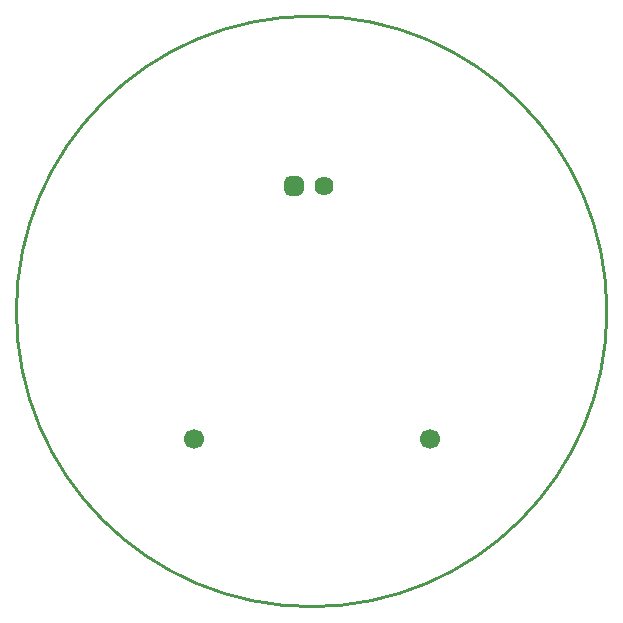
<source format=gts>
G04*
G04 #@! TF.GenerationSoftware,Altium Limited,Altium Designer,25.1.2 (22)*
G04*
G04 Layer_Color=8388736*
%FSLAX25Y25*%
%MOIN*%
G70*
G04*
G04 #@! TF.SameCoordinates,20C2AC38-BB5E-479F-A31B-2D12C5FD2638*
G04*
G04*
G04 #@! TF.FilePolarity,Negative*
G04*
G01*
G75*
%ADD10C,0.01000*%
G04:AMPARAMS|DCode=11|XSize=63.94mil|YSize=63.94mil|CornerRadius=16.97mil|HoleSize=0mil|Usage=FLASHONLY|Rotation=180.000|XOffset=0mil|YOffset=0mil|HoleType=Round|Shape=RoundedRectangle|*
%AMROUNDEDRECTD11*
21,1,0.06394,0.03000,0,0,180.0*
21,1,0.03000,0.06394,0,0,180.0*
1,1,0.03394,-0.01500,0.01500*
1,1,0.03394,0.01500,0.01500*
1,1,0.03394,0.01500,-0.01500*
1,1,0.03394,-0.01500,-0.01500*
%
%ADD11ROUNDEDRECTD11*%
%ADD12C,0.06394*%
%ADD13C,0.06693*%
D10*
X196850Y98425D02*
G03*
X196850Y98425I-98425J0D01*
G01*
D11*
X92638Y140157D02*
D03*
D12*
X102638D02*
D03*
D13*
X137795Y55905D02*
D03*
X59055D02*
D03*
M02*

</source>
